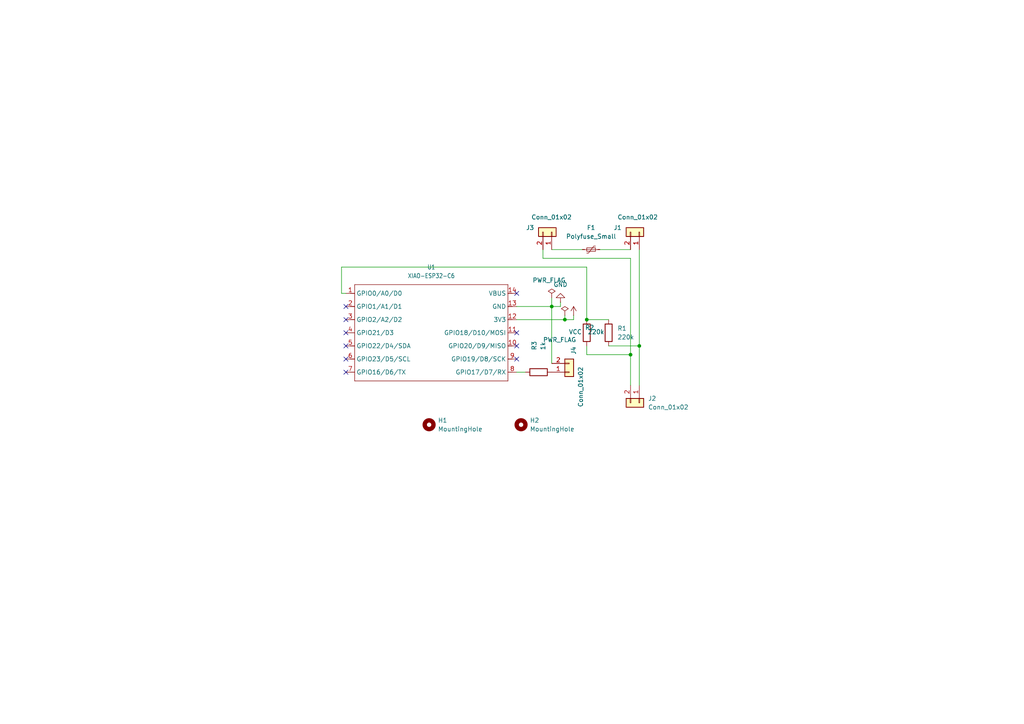
<source format=kicad_sch>
(kicad_sch (version 20250114) (generator "eeschema") (generator_version "9.0")
  (paper "A4")
  (title_block (title "B-Fox Beacon"))
  (lib_symbols
    (symbol "Connector_Generic:Conn_01x02" (pin_names (offset 1.016) (hide yes))
      (property "Reference" "J" (at 0 2.54 0))
      (property "Value" "Conn_01x02" (at 0 -5.08 0))
      (symbol "Conn_01x02_1_1"
        (rectangle (start -1.27 1.27) (end 1.27 -3.81) (stroke (width 0.254)) (fill (type background)))
        (rectangle (start -1.27 0.127) (end 0 -0.127) (stroke (width 0.1524)))
        (rectangle (start -1.27 -2.413) (end 0 -2.667) (stroke (width 0.1524)))
        (pin passive line (at -5.08 0 0) (length 3.81) (name "Pin_1") (number "1"))
        (pin passive line (at -5.08 -2.54 0) (length 3.81) (name "Pin_2") (number "2"))
      )
    )
    (symbol "Device:Polyfuse_Small" (pin_numbers (hide yes)) (pin_names (offset 0))
      (property "Reference" "F" (at -1.905 0 90))
      (property "Value" "Polyfuse_Small" (at 1.905 0 90))
      (symbol "Polyfuse_Small_0_1"
        (polyline (pts (xy -1.016 1.27) (xy -1.016 0.762) (xy 1.016 -0.762) (xy 1.016 -1.27)))
        (rectangle (start -0.508 1.27) (end 0.508 -1.27))
        (polyline (pts (xy 0 2.54) (xy 0 -2.54)))
      )
      (symbol "Polyfuse_Small_1_1"
        (pin passive line (at 0 2.54 270) (length 0.635) (name "~") (number "1"))
        (pin passive line (at 0 -2.54 90) (length 0.635) (name "~") (number "2"))
      )
    )
    (symbol "Device:R" (pin_numbers (hide yes)) (pin_names (offset 0))
      (property "Reference" "R" (at 2.032 0 90))
      (property "Value" "R" (at 0 0 90))
      (symbol "R_0_1"
        (rectangle (start -1.016 -2.54) (end 1.016 2.54) (stroke (width 0.254)))
      )
      (symbol "R_1_1"
        (pin passive line (at 0 3.81 270) (length 1.27) (name "~") (number "1"))
        (pin passive line (at 0 -3.81 90) (length 1.27) (name "~") (number "2"))
      )
    )
    (symbol "Mechanical:MountingHole" (pin_names (offset 1.016)) (in_bom no)
      (property "Reference" "H" (at 0 5.08 0))
      (property "Value" "MountingHole" (at 0 3.175 0))
      (symbol "MountingHole_0_1"
        (circle (center 0 0) (radius 1.27) (stroke (width 1.27)))
      )
    )
    (symbol "Seeed_Studio_XIAO_Series:XIAO_ESP32-C6-DIP"
      (property "Reference" "U" (at -20.574 17.018 0))
      (property "Value" "XIAO-ESP32-C6" (at -15.24 14.986 0))
      (symbol "XIAO_ESP32-C6-DIP_1_0"
        (polyline (pts (xy -21.59 13.97) (xy 22.86 13.97)) (stroke (width 0.1524)))
        (polyline (pts (xy -21.59 11.43) (xy -22.86 11.43)) (stroke (width 0.1524)))
        (polyline (pts (xy -21.59 11.43) (xy -21.59 13.97)) (stroke (width 0.1524)))
        (polyline (pts (xy -21.59 7.62) (xy -22.86 7.62)) (stroke (width 0.1524)))
        (polyline (pts (xy -21.59 7.62) (xy -21.59 11.43)) (stroke (width 0.1524)))
        (polyline (pts (xy -21.59 3.81) (xy -22.86 3.81)) (stroke (width 0.1524)))
        (polyline (pts (xy -21.59 3.81) (xy -21.59 7.62)) (stroke (width 0.1524)))
        (polyline (pts (xy -21.59 0) (xy -22.86 0)) (stroke (width 0.1524)))
        (polyline (pts (xy -21.59 0) (xy -21.59 3.81)) (stroke (width 0.1524)))
        (polyline (pts (xy -21.59 -3.81) (xy -22.86 -3.81)) (stroke (width 0.1524)))
        (polyline (pts (xy -21.59 -7.62) (xy -22.86 -7.62)) (stroke (width 0.1524)))
        (polyline (pts (xy -21.59 -11.43) (xy -22.86 -11.43)) (stroke (width 0.1524)))
        (polyline (pts (xy -21.59 -13.97) (xy -21.59 0)) (stroke (width 0.1524)))
        (polyline (pts (xy 22.86 13.97) (xy 22.86 11.43)) (stroke (width 0.1524)))
        (polyline (pts (xy 22.86 11.43) (xy 22.86 7.62)) (stroke (width 0.1524)))
        (polyline (pts (xy 22.86 7.62) (xy 22.86 3.81)) (stroke (width 0.1524)))
        (polyline (pts (xy 22.86 3.81) (xy 22.86 -13.97)) (stroke (width 0.1524)))
        (polyline (pts (xy 22.86 -13.97) (xy -21.59 -13.97)) (stroke (width 0.1524)))
        (polyline (pts (xy 24.13 11.43) (xy 22.86 11.43)) (stroke (width 0.1524)))
        (polyline (pts (xy 24.13 7.62) (xy 22.86 7.62)) (stroke (width 0.1524)))
        (polyline (pts (xy 24.13 3.81) (xy 22.86 3.81)) (stroke (width 0.1524)))
        (polyline (pts (xy 24.13 0) (xy 22.86 0)) (stroke (width 0.1524)))
        (polyline (pts (xy 24.13 -3.81) (xy 22.86 -3.81)) (stroke (width 0.1524)))
        (polyline (pts (xy 24.13 -7.62) (xy 22.86 -7.62)) (stroke (width 0.1524)))
        (polyline (pts (xy 24.13 -11.43) (xy 22.86 -11.43)) (stroke (width 0.1524)))
        (pin passive line (at -24.13 11.43 0) (length 2.54) (name "GPIO0/A0/D0") (number "1"))
        (pin passive line (at -24.13 7.62 0) (length 2.54) (name "GPIO1/A1/D1") (number "2"))
        (pin passive line (at -24.13 3.81 0) (length 2.54) (name "GPIO2/A2/D2") (number "3"))
        (pin passive line (at -24.13 0 0) (length 2.54) (name "GPIO21/D3") (number "4"))
        (pin passive line (at -24.13 -3.81 0) (length 2.54) (name "GPIO22/D4/SDA") (number "5"))
        (pin passive line (at -24.13 -7.62 0) (length 2.54) (name "GPIO23/D5/SCL") (number "6"))
        (pin passive line (at -24.13 -11.43 0) (length 2.54) (name "GPIO16/D6/TX") (number "7"))
        (pin passive line (at 25.4 11.43 180) (length 2.54) (name "VBUS") (number "14"))
        (pin passive line (at 25.4 7.62 180) (length 2.54) (name "GND") (number "13"))
        (pin passive line (at 25.4 3.81 180) (length 2.54) (name "3V3") (number "12"))
        (pin passive line (at 25.4 0 180) (length 2.54) (name "GPIO18/D10/MOSI") (number "11"))
        (pin passive line (at 25.4 -3.81 180) (length 2.54) (name "GPIO20/D9/MISO") (number "10"))
        (pin passive line (at 25.4 -7.62 180) (length 2.54) (name "GPIO19/D8/SCK") (number "9"))
        (pin passive line (at 25.4 -11.43 180) (length 2.54) (name "GPIO17/D7/RX") (number "8"))
      )
    )
    (symbol "power:GND" (power) (pin_numbers (hide yes)) (pin_names (offset 0) (hide yes))
      (property "Value" "GND" (at 0 -3.81 0))
      (symbol "GND_0_1"
        (polyline (pts (xy 0 0) (xy 0 -1.27) (xy 1.27 -1.27) (xy 0 -2.54) (xy -1.27 -1.27) (xy 0 -1.27)))
      )
      (symbol "GND_1_1"
        (pin power_in line (at 0 0 270) (length 0) (name "~") (number "1"))
      )
    )
    (symbol "power:PWR_FLAG" (power) (pin_numbers (hide yes)) (pin_names (offset 0) (hide yes))
      (property "Value" "PWR_FLAG" (at 0 3.81 0))
      (symbol "PWR_FLAG_0_0"
        (pin power_out line (at 0 0 90) (length 0) (name "~") (number "1"))
      )
      (symbol "PWR_FLAG_0_1"
        (polyline (pts (xy 0 0) (xy 0 1.27) (xy -1.016 1.905) (xy 0 2.54) (xy 1.016 1.905) (xy 0 1.27)))
      )
    )
    (symbol "power:VCC" (power) (pin_numbers (hide yes)) (pin_names (offset 0) (hide yes))
      (property "Value" "VCC" (at 0 3.556 0))
      (symbol "VCC_0_1"
        (polyline (pts (xy -0.762 1.27) (xy 0 2.54)))
        (polyline (pts (xy 0 2.54) (xy 0.762 1.27)))
        (polyline (pts (xy 0 0) (xy 0 2.54)))
      )
      (symbol "VCC_1_1"
        (pin power_in line (at 0 0 90) (length 0) (name "~") (number "1"))
      )
    )
  )
  (junction (at 182.88 102.87))
  (junction (at 185.42 100.33))
  (junction (at 163.83 92.71))
  (junction (at 170.18 92.71))
  (junction (at 160.02 88.9))
  (no_connect (at 100.33 92.71))
  (no_connect (at 100.33 107.95))
  (no_connect (at 100.33 96.52))
  (no_connect (at 100.33 100.33))
  (no_connect (at 100.33 88.9))
  (no_connect (at 149.86 100.33))
  (no_connect (at 149.86 104.14))
  (no_connect (at 149.86 96.52))
  (no_connect (at 100.33 104.14))
  (no_connect (at 149.86 85.09))
  (wire (pts (xy 160.02 72.39) (xy 168.91 72.39)))
  (wire (pts (xy 160.02 86.36) (xy 160.02 88.9)))
  (wire (pts (xy 163.83 91.44) (xy 163.83 92.71)))
  (wire (pts (xy 160.02 88.9) (xy 160.02 105.41)))
  (wire (pts (xy 170.18 100.33) (xy 170.18 102.87)))
  (wire (pts (xy 170.18 92.71) (xy 176.53 92.71)))
  (wire (pts (xy 170.18 102.87) (xy 182.88 102.87)))
  (wire (pts (xy 149.86 92.71) (xy 163.83 92.71)))
  (wire (pts (xy 185.42 100.33) (xy 185.42 111.76)))
  (wire (pts (xy 162.56 87.63) (xy 162.56 88.9)))
  (wire (pts (xy 170.18 77.47) (xy 170.18 92.71)))
  (wire (pts (xy 99.06 77.47) (xy 99.06 85.09)))
  (wire (pts (xy 185.42 72.39) (xy 185.42 100.33)))
  (wire (pts (xy 166.37 91.44) (xy 166.37 92.71)))
  (wire (pts (xy 99.06 85.09) (xy 100.33 85.09)))
  (wire (pts (xy 149.86 88.9) (xy 160.02 88.9)))
  (wire (pts (xy 182.88 102.87) (xy 182.88 111.76)))
  (wire (pts (xy 157.48 72.39) (xy 157.48 74.93)))
  (wire (pts (xy 173.99 72.39) (xy 182.88 72.39)))
  (wire (pts (xy 163.83 92.71) (xy 166.37 92.71)))
  (wire (pts (xy 149.86 107.95) (xy 152.4 107.95)))
  (wire (pts (xy 162.56 88.9) (xy 160.02 88.9)))
  (wire (pts (xy 99.06 77.47) (xy 170.18 77.47)))
  (wire (pts (xy 157.48 74.93) (xy 182.88 74.93)))
  (wire (pts (xy 182.88 74.93) (xy 182.88 102.87)))
  (wire (pts (xy 176.53 100.33) (xy 185.42 100.33)))
  (symbol (lib_id "Connector_Generic:Conn_01x02") (at 185.42 67.31 270) (mirror x) (unit 1)
    (property "Reference" "J1" (at 180.34 66.0399 90) (effects (justify right)))
    (property "Value" "Conn_01x02" (at 179.07 62.992 90) (effects (justify left)))
    (property "Footprint" "Connector_JST:JST_XH_S2B-XH-A-1_1x02_P2.50mm_Horizontal" (effects (hide yes)))
    (property "Description" "Generic connector, single row, 01x02, script generated (kicad-library-utils/schlib/autogen/connector/)" (effects (hide yes)))
  )
  (symbol (lib_id "Device:R") (at 170.18 96.52 0) (unit 1)
    (property "Reference" "R2" (at 169.672 94.996 0) (effects (justify left)))
    (property "Value" "220k" (at 170.434 96.266 0) (effects (justify left)))
    (property "Footprint" "Resistor_THT:R_Axial_DIN0204_L3.6mm_D1.6mm_P7.62mm_Horizontal" (effects (hide yes)))
    (property "Description" "Resistor" (effects (hide yes)))
  )
  (symbol (lib_id "Mechanical:MountingHole") (at 151.13 123.19 0) (unit 1) (in_bom no)
    (property "Reference" "H2" (at 153.67 121.9199 0) (effects (justify left)))
    (property "Value" "MountingHole" (at 153.67 124.4599 0) (effects (justify left)))
    (property "Footprint" "MountingHole:MountingHole_3.2mm_M3" (effects (hide yes)))
    (property "Description" "Mounting Hole without connection" (effects (hide yes)))
  )
  (symbol (lib_id "Device:R") (at 176.53 96.52 0) (unit 1)
    (property "Reference" "R1" (at 179.07 95.2499 0) (effects (justify left)))
    (property "Value" "220k" (at 179.07 97.7899 0) (effects (justify left)))
    (property "Footprint" "Resistor_THT:R_Axial_DIN0204_L3.6mm_D1.6mm_P7.62mm_Horizontal" (effects (hide yes)))
    (property "Description" "Resistor" (effects (hide yes)))
  )
  (symbol (lib_id "Connector_Generic:Conn_01x02") (at 165.1 107.95 0) (mirror x) (unit 1)
    (property "Reference" "J4" (at 166.3701 102.87 90) (effects (justify right)))
    (property "Value" "Conn_01x02" (at 168.402 118.11 90) (effects (justify right)))
    (property "Footprint" "Connector_JST:JST_XH_B2B-XH-A_1x02_P2.50mm_Vertical" (effects (hide yes)))
    (property "Description" "Generic connector, single row, 01x02, script generated (kicad-library-utils/schlib/autogen/connector/)" (effects (hide yes)))
  )
  (symbol (lib_id "power:VCC") (at 166.37 91.44 0) (unit 1)
    (property "Reference" "#PWR01" (effects (hide yes)))
    (property "Value" "VCC" (at 166.878 96.266 0))
    (property "Description" "Power symbol creates a global label with name \"VCC\"" (effects (hide yes)))
  )
  (symbol (lib_id "Connector_Generic:Conn_01x02") (at 160.02 67.31 270) (mirror x) (unit 1)
    (property "Reference" "J3" (at 154.94 66.0399 90) (effects (justify right)))
    (property "Value" "Conn_01x02" (at 165.862 62.992 90) (effects (justify right)))
    (property "Footprint" "Connector_JST:JST_XH_B2B-XH-A_1x02_P2.50mm_Vertical" (effects (hide yes)))
    (property "Description" "Generic connector, single row, 01x02, script generated (kicad-library-utils/schlib/autogen/connector/)" (effects (hide yes)))
  )
  (symbol (lib_id "Device:R") (at 156.21 107.95 90) (unit 1)
    (property "Reference" "R3" (at 154.9399 101.6 0) (effects (justify left)))
    (property "Value" "1k" (at 157.4799 101.6 0) (effects (justify left)))
    (property "Footprint" "Resistor_THT:R_Axial_DIN0207_L6.3mm_D2.5mm_P7.62mm_Horizontal" (effects (hide yes)))
    (property "Description" "Resistor" (effects (hide yes)))
  )
  (symbol (lib_id "Device:Polyfuse_Small") (at 171.45 72.39 90) (unit 1)
    (property "Reference" "F1" (at 171.45 66.04 90))
    (property "Value" "Polyfuse_Small" (at 171.45 68.58 90))
    (property "Footprint" "Capacitor_THT:C_Disc_D4.3mm_W1.9mm_P5.00mm" (effects (hide yes)))
    (property "Description" "Resettable fuse, polymeric positive temperature coefficient, small symbol" (effects (hide yes)))
  )
  (symbol (lib_id "Connector_Generic:Conn_01x02") (at 185.42 116.84 270) (unit 1)
    (property "Reference" "J2" (at 187.96 115.5699 90) (effects (justify left)))
    (property "Value" "Conn_01x02" (at 187.96 118.1099 90) (effects (justify left)))
    (property "Footprint" "Connector_JST:JST_XH_B2B-XH-A_1x02_P2.50mm_Vertical" (effects (hide yes)))
    (property "Description" "Generic connector, single row, 01x02, script generated (kicad-library-utils/schlib/autogen/connector/)" (effects (hide yes)))
  )
  (symbol (lib_id "Seeed_Studio_XIAO_Series:XIAO_ESP32-C6-DIP") (at 124.46 96.52 0) (unit 1)
    (property "Reference" "U1" (at 125.095 77.47 0) (effects (font (size 1.27 1.0795))))
    (property "Value" "XIAO-ESP32-C6" (at 125.095 80.01 0) (effects (font (size 1.27 1.0795))))
    (property "Footprint" "Seeed Studio XIAO Series Library:XIAO-ESP32C6-DIP" (effects (hide yes)))
    (property "SKU" "XIAO-DIP" (effects (hide yes)))
  )
  (symbol (lib_id "power:PWR_FLAG") (at 163.83 91.44 0) (unit 1)
    (property "Reference" "#FLG01" (effects (hide yes)))
    (property "Value" "PWR_FLAG" (at 162.306 98.552 0))
    (property "Description" "Special symbol for telling ERC where power comes from" (effects (hide yes)))
  )
  (symbol (lib_id "power:GND") (at 162.56 87.63 180) (unit 1)
    (property "Reference" "#PWR02" (effects (hide yes)))
    (property "Value" "GND" (at 162.56 82.55 0))
    (property "Description" "Power symbol creates a global label with name \"GND\" , ground" (effects (hide yes)))
  )
  (symbol (lib_id "power:PWR_FLAG") (at 160.02 86.36 0) (unit 1)
    (property "Reference" "#FLG02" (effects (hide yes)))
    (property "Value" "PWR_FLAG" (at 159.258 81.28 0))
    (property "Description" "Special symbol for telling ERC where power comes from" (effects (hide yes)))
  )
  (symbol (lib_id "Mechanical:MountingHole") (at 124.46 123.19 0) (unit 1) (in_bom no)
    (property "Reference" "H1" (at 127 121.9199 0) (effects (justify left)))
    (property "Value" "MountingHole" (at 127 124.4599 0) (effects (justify left)))
    (property "Footprint" "MountingHole:MountingHole_3.2mm_M3" (effects (hide yes)))
    (property "Description" "Mounting Hole without connection" (effects (hide yes)))
  )
)
</source>
